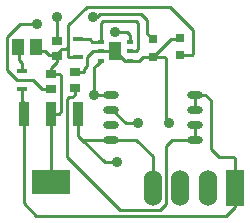
<source format=gtl>
G04*
G04 #@! TF.GenerationSoftware,Altium Limited,Altium Designer,20.1.14 (287)*
G04*
G04 Layer_Physical_Order=1*
G04 Layer_Color=255*
%FSLAX25Y25*%
%MOIN*%
G70*
G04*
G04 #@! TF.SameCoordinates,CC44B269-2998-40F0-A8BF-F6E1C517B7F2*
G04*
G04*
G04 #@! TF.FilePolarity,Positive*
G04*
G01*
G75*
%ADD16R,0.04134X0.05315*%
%ADD17R,0.03150X0.03150*%
%ADD18R,0.02165X0.01575*%
%ADD19R,0.04134X0.05906*%
%ADD20R,0.03347X0.02953*%
%ADD21R,0.03543X0.08268*%
%ADD22R,0.12598X0.08268*%
%ADD23R,0.03347X0.01772*%
%ADD24O,0.05315X0.02362*%
%ADD37C,0.01000*%
%ADD38R,0.06000X0.12000*%
%ADD39O,0.06000X0.12000*%
%ADD40C,0.03500*%
D16*
X220594Y443500D02*
D03*
X226500D02*
D03*
D17*
X274500Y440594D02*
D03*
Y446500D02*
D03*
X265500Y446000D02*
D03*
Y440094D02*
D03*
D18*
X248177Y438850D02*
D03*
Y442000D02*
D03*
Y445150D02*
D03*
X257823Y438850D02*
D03*
Y442000D02*
D03*
Y445150D02*
D03*
D19*
X253000Y442000D02*
D03*
D20*
X231500Y434500D02*
D03*
Y429382D02*
D03*
X233500Y445559D02*
D03*
Y440441D02*
D03*
X239500Y429882D02*
D03*
Y435000D02*
D03*
D21*
X240555Y420941D02*
D03*
X231500D02*
D03*
X222445D02*
D03*
D22*
X231500Y398500D02*
D03*
D23*
X240500Y440047D02*
D03*
Y445953D02*
D03*
X222000Y429547D02*
D03*
Y435453D02*
D03*
D24*
X279378Y412500D02*
D03*
Y417500D02*
D03*
Y422500D02*
D03*
Y427500D02*
D03*
X251622Y412500D02*
D03*
Y417500D02*
D03*
Y422500D02*
D03*
Y427500D02*
D03*
D37*
X246000Y427500D02*
X251622D01*
X246000Y427500D02*
X246000Y427500D01*
X246000Y427500D02*
Y436673D01*
X246750Y437423D01*
X248177Y438850D01*
X243700Y437201D02*
Y440000D01*
X242500Y436001D02*
X243700Y437201D01*
X242500Y435000D02*
Y436001D01*
X239500Y435000D02*
X242500D01*
X251622Y427500D02*
X251622Y427500D01*
X239491Y427491D02*
Y429873D01*
X238575Y426575D02*
X239491Y427491D01*
X237586Y426575D02*
X238575D01*
X237000Y425989D02*
X237586Y426575D01*
X284875Y409375D02*
X287451Y406800D01*
X284875Y409375D02*
Y425625D01*
X283000Y427500D02*
X284875Y425625D01*
X287451Y406800D02*
X292414D01*
X293000Y396500D02*
Y406214D01*
Y390000D02*
Y396500D01*
X292414Y406800D02*
X293000Y406214D01*
X221249Y451000D02*
X227000D01*
X217027Y446779D02*
X221249Y451000D01*
X217027Y435745D02*
Y446779D01*
X233500Y445559D02*
Y453500D01*
X237300Y450643D02*
X243407Y456750D01*
X237300Y443461D02*
Y450643D01*
Y440047D02*
Y443461D01*
Y440047D02*
X240500D01*
X243407Y456750D02*
X271250D01*
X279000Y449000D01*
X245500Y453500D02*
X246927D01*
X247927Y454500D01*
X248177Y451414D02*
X248763Y452000D01*
X248177Y445150D02*
Y451414D01*
X248763Y452000D02*
X259820D01*
X260405Y451414D01*
Y442586D02*
Y451414D01*
X247927Y454500D02*
X261485D01*
X263647Y452338D01*
Y447853D02*
Y452338D01*
X253000Y448500D02*
X256759D01*
X257823Y447436D01*
X279000Y441180D02*
Y449000D01*
X274500Y440594D02*
X278414D01*
X279000Y441180D01*
X274111Y446111D02*
X274500Y446500D01*
X271516Y446111D02*
X274111D01*
X265500Y440094D02*
X269414D01*
X265500D02*
Y440094D01*
X266575Y441169D01*
X266575D01*
X271516Y446111D01*
X265594Y440094D02*
Y440189D01*
X262244Y440094D02*
X265594D01*
X271000Y418000D02*
Y418677D01*
X270000Y419676D02*
Y439509D01*
Y419676D02*
X271000Y418677D01*
X269414Y440094D02*
X270000Y439509D01*
X279378Y427500D02*
X283000D01*
X279378Y422500D02*
Y427500D01*
X240555Y413845D02*
X241881Y412519D01*
X260000Y412500D02*
X265500Y407000D01*
Y396500D02*
Y407000D01*
X241881Y412519D02*
X249400Y405000D01*
X251622Y412500D02*
X260000D01*
X241862D02*
X251622D01*
X237000Y406700D02*
Y425989D01*
X239491Y429873D02*
X239500Y429882D01*
X231587Y434413D02*
X234414D01*
X235000Y433827D01*
Y422000D02*
Y433827D01*
X231500Y420941D02*
X231745Y421186D01*
X234186D01*
X235000Y422000D01*
X231500Y398500D02*
Y420941D01*
X237000Y406700D02*
X254700Y389000D01*
X231500Y434500D02*
X231587Y434413D01*
X225500Y432500D02*
X228618Y429382D01*
X217027Y435745D02*
X220272Y432500D01*
X225500D01*
X221000Y439000D02*
Y443094D01*
X222000Y435453D02*
Y438000D01*
X221000Y439000D02*
X222000Y438000D01*
X220594Y443500D02*
X221000Y443094D01*
X230913Y440588D02*
X233353D01*
X229481Y442019D02*
X230913Y440588D01*
X226500Y443500D02*
X227981Y442019D01*
X229481D01*
X233353Y440588D02*
X233500Y440441D01*
X234986Y442583D02*
X236466D01*
X233606Y441462D02*
X234711Y442359D01*
X236466Y442583D02*
X237300Y443417D01*
X234711Y442359D02*
X234986Y442583D01*
X233500Y440441D02*
X233563Y441049D01*
X233606Y441462D01*
X244547Y445953D02*
X245350Y445150D01*
X240500Y445953D02*
X244547D01*
X245350Y445150D02*
X248177D01*
X257823D02*
Y447436D01*
Y442000D02*
X259820D01*
X260405Y442586D01*
X263647Y447853D02*
X265500Y446000D01*
X261000Y438850D02*
X262244Y440094D01*
X253000Y442000D02*
X256150Y438850D01*
X257823D01*
X249400Y405000D02*
X253500D01*
X254700Y389000D02*
X268000D01*
X251890Y422500D02*
X256390Y418000D01*
X251622Y422500D02*
X251890D01*
X256390Y418000D02*
X260500D01*
X222445Y391255D02*
Y420941D01*
Y391255D02*
X226700Y387000D01*
X290000D01*
X222000Y425445D02*
X222445Y425000D01*
Y420941D02*
Y425000D01*
X222000Y425445D02*
Y429547D01*
X228618Y429382D02*
X231500D01*
X240555Y413845D02*
Y420941D01*
X257823Y438850D02*
X261000D01*
X290000Y387000D02*
X293000Y390000D01*
X272000Y412500D02*
X279378D01*
X270000Y410500D02*
X272000Y412500D01*
X270000Y391000D02*
Y410500D01*
X268000Y389000D02*
X270000Y391000D01*
X243700Y440000D02*
X245700Y442000D01*
X248177D01*
X233500Y438400D02*
Y440441D01*
X231500Y436400D02*
X233500Y438400D01*
X231500Y434500D02*
Y436400D01*
X248177Y442000D02*
X253000D01*
X279378Y412500D02*
Y417500D01*
D38*
X293000Y396500D02*
D03*
D39*
X265500D02*
D03*
X283833D02*
D03*
X274667D02*
D03*
D40*
X246000Y427500D02*
D03*
X227000Y451000D02*
D03*
X233500Y453500D02*
D03*
X245500D02*
D03*
X253000Y448500D02*
D03*
X253500Y405000D02*
D03*
X271000Y418000D02*
D03*
X260500D02*
D03*
M02*

</source>
